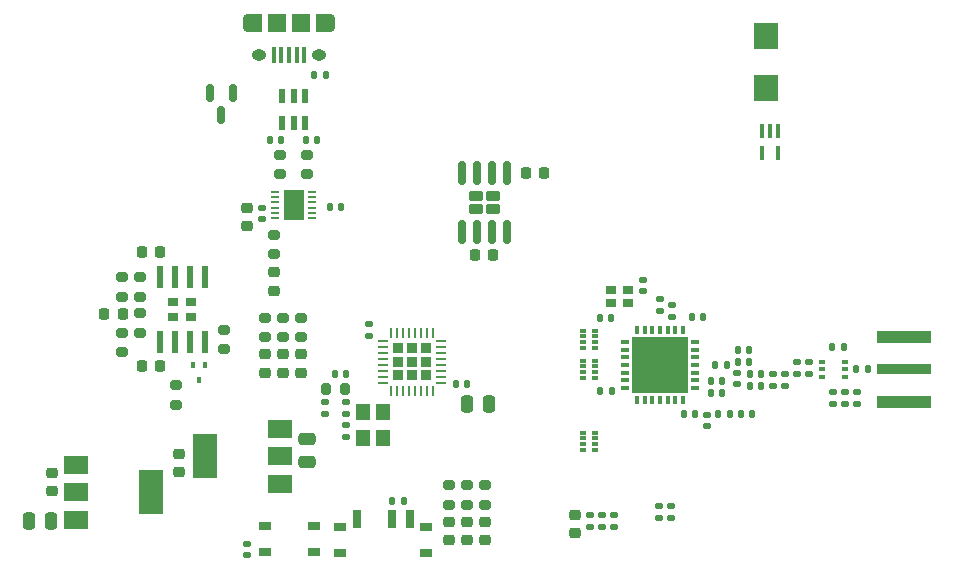
<source format=gbr>
%TF.GenerationSoftware,KiCad,Pcbnew,7.0.6*%
%TF.CreationDate,2023-10-05T23:13:59-06:00*%
%TF.ProjectId,CAN-USB RF Module,43414e2d-5553-4422-9052-46204d6f6475,1.0*%
%TF.SameCoordinates,Original*%
%TF.FileFunction,Paste,Top*%
%TF.FilePolarity,Positive*%
%FSLAX46Y46*%
G04 Gerber Fmt 4.6, Leading zero omitted, Abs format (unit mm)*
G04 Created by KiCad (PCBNEW 7.0.6) date 2023-10-05 23:13:59*
%MOMM*%
%LPD*%
G01*
G04 APERTURE LIST*
G04 Aperture macros list*
%AMRoundRect*
0 Rectangle with rounded corners*
0 $1 Rounding radius*
0 $2 $3 $4 $5 $6 $7 $8 $9 X,Y pos of 4 corners*
0 Add a 4 corners polygon primitive as box body*
4,1,4,$2,$3,$4,$5,$6,$7,$8,$9,$2,$3,0*
0 Add four circle primitives for the rounded corners*
1,1,$1+$1,$2,$3*
1,1,$1+$1,$4,$5*
1,1,$1+$1,$6,$7*
1,1,$1+$1,$8,$9*
0 Add four rect primitives between the rounded corners*
20,1,$1+$1,$2,$3,$4,$5,0*
20,1,$1+$1,$4,$5,$6,$7,0*
20,1,$1+$1,$6,$7,$8,$9,0*
20,1,$1+$1,$8,$9,$2,$3,0*%
G04 Aperture macros list end*
%ADD10RoundRect,0.200000X0.200000X0.275000X-0.200000X0.275000X-0.200000X-0.275000X0.200000X-0.275000X0*%
%ADD11RoundRect,0.225000X0.225000X0.250000X-0.225000X0.250000X-0.225000X-0.250000X0.225000X-0.250000X0*%
%ADD12RoundRect,0.225000X-0.225000X-0.250000X0.225000X-0.250000X0.225000X0.250000X-0.225000X0.250000X0*%
%ADD13RoundRect,0.230000X0.375000X-0.230000X0.375000X0.230000X-0.375000X0.230000X-0.375000X-0.230000X0*%
%ADD14RoundRect,0.150000X0.150000X-0.825000X0.150000X0.825000X-0.150000X0.825000X-0.150000X-0.825000X0*%
%ADD15RoundRect,0.200000X-0.275000X0.200000X-0.275000X-0.200000X0.275000X-0.200000X0.275000X0.200000X0*%
%ADD16RoundRect,0.140000X-0.140000X-0.170000X0.140000X-0.170000X0.140000X0.170000X-0.140000X0.170000X0*%
%ADD17RoundRect,0.218750X0.256250X-0.218750X0.256250X0.218750X-0.256250X0.218750X-0.256250X-0.218750X0*%
%ADD18RoundRect,0.135000X-0.185000X0.135000X-0.185000X-0.135000X0.185000X-0.135000X0.185000X0.135000X0*%
%ADD19RoundRect,0.147500X0.172500X-0.147500X0.172500X0.147500X-0.172500X0.147500X-0.172500X-0.147500X0*%
%ADD20RoundRect,0.140000X0.170000X-0.140000X0.170000X0.140000X-0.170000X0.140000X-0.170000X-0.140000X0*%
%ADD21RoundRect,0.140000X-0.170000X0.140000X-0.170000X-0.140000X0.170000X-0.140000X0.170000X0.140000X0*%
%ADD22RoundRect,0.200000X0.275000X-0.200000X0.275000X0.200000X-0.275000X0.200000X-0.275000X-0.200000X0*%
%ADD23R,2.000000X1.500000*%
%ADD24R,2.000000X3.800000*%
%ADD25RoundRect,0.140000X0.140000X0.170000X-0.140000X0.170000X-0.140000X-0.170000X0.140000X-0.170000X0*%
%ADD26RoundRect,0.218750X-0.218750X-0.256250X0.218750X-0.256250X0.218750X0.256250X-0.218750X0.256250X0*%
%ADD27R,1.200000X1.400000*%
%ADD28R,0.600000X0.420000*%
%ADD29RoundRect,0.135000X0.185000X-0.135000X0.185000X0.135000X-0.185000X0.135000X-0.185000X-0.135000X0*%
%ADD30RoundRect,0.250000X-0.475000X0.250000X-0.475000X-0.250000X0.475000X-0.250000X0.475000X0.250000X0*%
%ADD31RoundRect,0.225000X-0.250000X0.225000X-0.250000X-0.225000X0.250000X-0.225000X0.250000X0.225000X0*%
%ADD32RoundRect,0.147500X0.147500X0.172500X-0.147500X0.172500X-0.147500X-0.172500X0.147500X-0.172500X0*%
%ADD33R,0.500000X0.320000*%
%ADD34O,0.890000X1.550000*%
%ADD35O,1.250000X0.950000*%
%ADD36R,0.400000X1.350000*%
%ADD37R,1.200000X1.550000*%
%ADD38R,1.500000X1.550000*%
%ADD39R,2.150000X2.200000*%
%ADD40R,1.000000X0.800000*%
%ADD41R,0.700000X1.500000*%
%ADD42RoundRect,0.250000X0.250000X0.475000X-0.250000X0.475000X-0.250000X-0.475000X0.250000X-0.475000X0*%
%ADD43R,0.400000X1.200000*%
%ADD44RoundRect,0.218750X-0.256250X0.218750X-0.256250X-0.218750X0.256250X-0.218750X0.256250X0.218750X0*%
%ADD45R,4.560000X0.850000*%
%ADD46R,4.560000X1.000000*%
%ADD47RoundRect,0.250000X-0.250000X-0.475000X0.250000X-0.475000X0.250000X0.475000X-0.250000X0.475000X0*%
%ADD48R,0.600000X1.200000*%
%ADD49RoundRect,0.147500X-0.147500X-0.172500X0.147500X-0.172500X0.147500X0.172500X-0.147500X0.172500X0*%
%ADD50RoundRect,0.225000X0.250000X-0.225000X0.250000X0.225000X-0.250000X0.225000X-0.250000X-0.225000X0*%
%ADD51RoundRect,0.232500X-0.232500X-0.232500X0.232500X-0.232500X0.232500X0.232500X-0.232500X0.232500X0*%
%ADD52RoundRect,0.062500X-0.375000X-0.062500X0.375000X-0.062500X0.375000X0.062500X-0.375000X0.062500X0*%
%ADD53RoundRect,0.062500X-0.062500X-0.375000X0.062500X-0.375000X0.062500X0.375000X-0.062500X0.375000X0*%
%ADD54R,1.050000X0.650000*%
%ADD55R,0.300000X0.750000*%
%ADD56R,0.750000X0.300000*%
%ADD57R,4.800000X4.800000*%
%ADD58R,0.610000X1.910000*%
%ADD59R,0.930000X0.723000*%
%ADD60RoundRect,0.150000X-0.150000X0.587500X-0.150000X-0.587500X0.150000X-0.587500X0.150000X0.587500X0*%
%ADD61R,0.900000X0.800000*%
%ADD62RoundRect,0.135000X-0.135000X-0.185000X0.135000X-0.185000X0.135000X0.185000X-0.135000X0.185000X0*%
%ADD63R,0.650000X0.250000*%
%ADD64R,1.700000X2.500000*%
%ADD65R,0.400000X0.510000*%
G04 APERTURE END LIST*
D10*
%TO.C,FB1*%
X126967500Y-103604000D03*
X125317500Y-103604000D03*
%TD*%
D11*
%TO.C,C46*%
X143777000Y-85344000D03*
X142227000Y-85344000D03*
%TD*%
D12*
%TO.C,C45*%
X137909000Y-92329000D03*
X139459000Y-92329000D03*
%TD*%
D13*
%TO.C,U10*%
X137990000Y-88428000D03*
X139490000Y-87288000D03*
X137990000Y-87288000D03*
X139490000Y-88428000D03*
D14*
X136835000Y-90333000D03*
X138105000Y-90333000D03*
X139375000Y-90333000D03*
X140645000Y-90333000D03*
X140645000Y-85383000D03*
X139375000Y-85383000D03*
X138105000Y-85383000D03*
X136835000Y-85383000D03*
%TD*%
D15*
%TO.C,R9*%
X112649000Y-103315000D03*
X112649000Y-104965000D03*
%TD*%
D16*
%TO.C,C29*%
X158270000Y-101600000D03*
X159230000Y-101600000D03*
%TD*%
D17*
%TO.C,D7*%
X120142000Y-102260500D03*
X120142000Y-100685500D03*
%TD*%
D18*
%TO.C,R18*%
X168275000Y-103884000D03*
X168275000Y-104904000D03*
%TD*%
D19*
%TO.C,L5*%
X165227000Y-102339000D03*
X165227000Y-101369000D03*
%TD*%
D20*
%TO.C,C24*%
X154606600Y-97523000D03*
X154606600Y-96563000D03*
%TD*%
D21*
%TO.C,C33*%
X157607000Y-105819000D03*
X157607000Y-106779000D03*
%TD*%
D18*
%TO.C,R17*%
X169291000Y-103884000D03*
X169291000Y-104904000D03*
%TD*%
D22*
%TO.C,R15*%
X123712000Y-85453000D03*
X123712000Y-83803000D03*
%TD*%
D21*
%TO.C,C43*%
X148653500Y-114328000D03*
X148653500Y-115288000D03*
%TD*%
D16*
%TO.C,C36*%
X158524000Y-105791000D03*
X159484000Y-105791000D03*
%TD*%
D23*
%TO.C,U5*%
X104164600Y-110095000D03*
X104164600Y-112395000D03*
D24*
X110464600Y-112395000D03*
D23*
X104164600Y-114695000D03*
%TD*%
D20*
%TO.C,C25*%
X153590600Y-97015000D03*
X153590600Y-96055000D03*
%TD*%
D25*
%TO.C,C40*%
X169164000Y-100076000D03*
X168204000Y-100076000D03*
%TD*%
D15*
%TO.C,R7*%
X109601000Y-97219000D03*
X109601000Y-98869000D03*
%TD*%
D26*
%TO.C,D5*%
X106527500Y-97282000D03*
X108102500Y-97282000D03*
%TD*%
D27*
%TO.C,U1*%
X130136000Y-107780000D03*
X130136000Y-105580000D03*
X128436000Y-105580000D03*
X128436000Y-107780000D03*
%TD*%
D28*
%TO.C,U9*%
X167325000Y-101333000D03*
X167325000Y-101983000D03*
X167325000Y-102633000D03*
X169225000Y-102633000D03*
X169225000Y-101983000D03*
X169225000Y-101333000D03*
%TD*%
D15*
%TO.C,R12*%
X120142000Y-97600000D03*
X120142000Y-99250000D03*
%TD*%
%TO.C,R10*%
X116713000Y-98616000D03*
X116713000Y-100266000D03*
%TD*%
D21*
%TO.C,C1*%
X118618000Y-116741000D03*
X118618000Y-117701000D03*
%TD*%
D29*
%TO.C,R20*%
X153543000Y-114554000D03*
X153543000Y-113534000D03*
%TD*%
D16*
%TO.C,C19*%
X120565000Y-82550000D03*
X121525000Y-82550000D03*
%TD*%
D30*
%TO.C,C14*%
X123698000Y-107889000D03*
X123698000Y-109789000D03*
%TD*%
D31*
%TO.C,C13*%
X112903000Y-109156200D03*
X112903000Y-110706200D03*
%TD*%
D16*
%TO.C,C23*%
X156285600Y-97551000D03*
X157245600Y-97551000D03*
%TD*%
D11*
%TO.C,C10*%
X111265000Y-101727000D03*
X109715000Y-101727000D03*
%TD*%
D15*
%TO.C,R11*%
X123190000Y-97600000D03*
X123190000Y-99250000D03*
%TD*%
D32*
%TO.C,L2*%
X161140000Y-101346000D03*
X160170000Y-101346000D03*
%TD*%
D15*
%TO.C,R13*%
X121666000Y-97600000D03*
X121666000Y-99250000D03*
%TD*%
D17*
%TO.C,D6*%
X123190000Y-102260500D03*
X123190000Y-100685500D03*
%TD*%
D31*
%TO.C,C16*%
X118632000Y-88298000D03*
X118632000Y-89848000D03*
%TD*%
D33*
%TO.C,RN2*%
X147074000Y-98691000D03*
X147074000Y-99191000D03*
X147074000Y-99691000D03*
X147074000Y-100191000D03*
X148074000Y-100191000D03*
X148074000Y-99691000D03*
X148074000Y-99191000D03*
X148074000Y-98691000D03*
%TD*%
D17*
%TO.C,D2*%
X137287000Y-116465750D03*
X137287000Y-114890750D03*
%TD*%
D20*
%TO.C,C37*%
X166243000Y-102334000D03*
X166243000Y-101374000D03*
%TD*%
D16*
%TO.C,C15*%
X125631000Y-88265000D03*
X126591000Y-88265000D03*
%TD*%
D17*
%TO.C,D3*%
X138811000Y-116465750D03*
X138811000Y-114890750D03*
%TD*%
D21*
%TO.C,C32*%
X160147000Y-102263000D03*
X160147000Y-103223000D03*
%TD*%
D33*
%TO.C,RN3*%
X147074000Y-101231000D03*
X147074000Y-101731000D03*
X147074000Y-102231000D03*
X147074000Y-102731000D03*
X148074000Y-102731000D03*
X148074000Y-102231000D03*
X148074000Y-101731000D03*
X148074000Y-101231000D03*
%TD*%
D25*
%TO.C,C22*%
X149451000Y-97663000D03*
X148491000Y-97663000D03*
%TD*%
D21*
%TO.C,C17*%
X119902000Y-88311000D03*
X119902000Y-89271000D03*
%TD*%
%TO.C,C5*%
X127000000Y-106708000D03*
X127000000Y-107668000D03*
%TD*%
D34*
%TO.C,J4*%
X125690000Y-72644000D03*
D35*
X124690000Y-75344000D03*
X119690000Y-75344000D03*
D34*
X118690000Y-72644000D03*
D36*
X123490000Y-75344000D03*
X122840000Y-75344000D03*
X122190000Y-75344000D03*
X121540000Y-75344000D03*
X120890000Y-75344000D03*
D37*
X125090000Y-72644000D03*
D38*
X123190000Y-72644000D03*
X121190000Y-72644000D03*
D37*
X119290000Y-72644000D03*
%TD*%
D39*
%TO.C,D4*%
X162560000Y-73746000D03*
X162560000Y-78146000D03*
%TD*%
D25*
%TO.C,C26*%
X149498600Y-103774000D03*
X148538600Y-103774000D03*
%TD*%
D19*
%TO.C,L4*%
X163195000Y-103355000D03*
X163195000Y-102385000D03*
%TD*%
D16*
%TO.C,C28*%
X157889000Y-104013000D03*
X158849000Y-104013000D03*
%TD*%
D22*
%TO.C,R16*%
X121426000Y-85453000D03*
X121426000Y-83803000D03*
%TD*%
D40*
%TO.C,SW2*%
X126525000Y-115298000D03*
X126525000Y-117508000D03*
X133825000Y-115298000D03*
X133825000Y-117508000D03*
D41*
X127925000Y-114648000D03*
X130925000Y-114648000D03*
X132425000Y-114648000D03*
%TD*%
D42*
%TO.C,C12*%
X102042000Y-114808000D03*
X100142000Y-114808000D03*
%TD*%
D33*
%TO.C,RN1*%
X147074000Y-107327000D03*
X147074000Y-107827000D03*
X147074000Y-108327000D03*
X147074000Y-108827000D03*
X148074000Y-108827000D03*
X148074000Y-108327000D03*
X148074000Y-107827000D03*
X148074000Y-107327000D03*
%TD*%
D22*
%TO.C,R2*%
X135763000Y-113455250D03*
X135763000Y-111805250D03*
%TD*%
D43*
%TO.C,IC1*%
X163576000Y-81788000D03*
X162926000Y-81788000D03*
X162276000Y-81788000D03*
X162276000Y-83688000D03*
X163576000Y-83688000D03*
%TD*%
D16*
%TO.C,C38*%
X160429000Y-105791000D03*
X161389000Y-105791000D03*
%TD*%
D44*
%TO.C,D9*%
X120918000Y-93746500D03*
X120918000Y-95321500D03*
%TD*%
D21*
%TO.C,C35*%
X149669500Y-114328000D03*
X149669500Y-115288000D03*
%TD*%
D31*
%TO.C,C39*%
X146431000Y-114287000D03*
X146431000Y-115837000D03*
%TD*%
D15*
%TO.C,R8*%
X108077000Y-98870000D03*
X108077000Y-100520000D03*
%TD*%
D45*
%TO.C,J5*%
X174244000Y-101981000D03*
D46*
X174244000Y-104751000D03*
X174244000Y-99211000D03*
%TD*%
D22*
%TO.C,R4*%
X138811000Y-113455250D03*
X138811000Y-111805250D03*
%TD*%
D23*
%TO.C,U6*%
X121387000Y-111647000D03*
X121387000Y-109347000D03*
D24*
X115087000Y-109347000D03*
D23*
X121387000Y-107047000D03*
%TD*%
D16*
%TO.C,C30*%
X161191000Y-102362000D03*
X162151000Y-102362000D03*
%TD*%
D17*
%TO.C,D1*%
X135763000Y-116465750D03*
X135763000Y-114890750D03*
%TD*%
D15*
%TO.C,R5*%
X108077000Y-94171000D03*
X108077000Y-95821000D03*
%TD*%
D47*
%TO.C,C2*%
X137226000Y-104902000D03*
X139126000Y-104902000D03*
%TD*%
D48*
%TO.C,D10*%
X121619000Y-81160000D03*
X122569000Y-81160000D03*
X123519000Y-81160000D03*
X123519000Y-78860000D03*
X122569000Y-78860000D03*
X121619000Y-78860000D03*
%TD*%
D22*
%TO.C,R3*%
X137287000Y-113455250D03*
X137287000Y-111805250D03*
%TD*%
D20*
%TO.C,C3*%
X128936500Y-99131000D03*
X128936500Y-98171000D03*
%TD*%
D21*
%TO.C,C8*%
X125253500Y-104775000D03*
X125253500Y-105735000D03*
%TD*%
D49*
%TO.C,L3*%
X155598000Y-105791000D03*
X156568000Y-105791000D03*
%TD*%
%TO.C,L1*%
X160193000Y-100330000D03*
X161163000Y-100330000D03*
%TD*%
D20*
%TO.C,C21*%
X152146000Y-95349000D03*
X152146000Y-94389000D03*
%TD*%
D25*
%TO.C,C20*%
X125293000Y-77089000D03*
X124333000Y-77089000D03*
%TD*%
D50*
%TO.C,C11*%
X102108000Y-112281000D03*
X102108000Y-110731000D03*
%TD*%
D51*
%TO.C,U2*%
X131445000Y-100196000D03*
X131445000Y-101346000D03*
X131445000Y-102496000D03*
X132595000Y-100196000D03*
X132595000Y-101346000D03*
X132595000Y-102496000D03*
X133745000Y-100196000D03*
X133745000Y-101346000D03*
X133745000Y-102496000D03*
D52*
X130157500Y-99596000D03*
X130157500Y-100096000D03*
X130157500Y-100596000D03*
X130157500Y-101096000D03*
X130157500Y-101596000D03*
X130157500Y-102096000D03*
X130157500Y-102596000D03*
X130157500Y-103096000D03*
D53*
X130845000Y-103783500D03*
X131345000Y-103783500D03*
X131845000Y-103783500D03*
X132345000Y-103783500D03*
X132845000Y-103783500D03*
X133345000Y-103783500D03*
X133845000Y-103783500D03*
X134345000Y-103783500D03*
D52*
X135032500Y-103096000D03*
X135032500Y-102596000D03*
X135032500Y-102096000D03*
X135032500Y-101596000D03*
X135032500Y-101096000D03*
X135032500Y-100596000D03*
X135032500Y-100096000D03*
X135032500Y-99596000D03*
D53*
X134345000Y-98908500D03*
X133845000Y-98908500D03*
X133345000Y-98908500D03*
X132845000Y-98908500D03*
X132345000Y-98908500D03*
X131845000Y-98908500D03*
X131345000Y-98908500D03*
X130845000Y-98908500D03*
%TD*%
D54*
%TO.C,SW1*%
X120127202Y-115257000D03*
X124277202Y-115257000D03*
X120127202Y-117407000D03*
X124277202Y-117407000D03*
%TD*%
D18*
%TO.C,R19*%
X154559000Y-113534000D03*
X154559000Y-114554000D03*
%TD*%
D55*
%TO.C,U8*%
X155540600Y-98640000D03*
X154890600Y-98640000D03*
X154240600Y-98640000D03*
X153590600Y-98640000D03*
X152940600Y-98640000D03*
X152290600Y-98640000D03*
X151640600Y-98640000D03*
D56*
X150615600Y-99665000D03*
X150615600Y-100315000D03*
X150615600Y-100965000D03*
X150615600Y-101615000D03*
X150615600Y-102265000D03*
X150615600Y-102915000D03*
X150615600Y-103565000D03*
D55*
X151640600Y-104590000D03*
X152290600Y-104590000D03*
X152940600Y-104590000D03*
X153590600Y-104590000D03*
X154240600Y-104590000D03*
X154890600Y-104590000D03*
X155540600Y-104590000D03*
D56*
X156565600Y-103565000D03*
X156565600Y-102915000D03*
X156565600Y-102265000D03*
X156565600Y-101615000D03*
X156565600Y-100965000D03*
X156565600Y-100315000D03*
X156565600Y-99665000D03*
D57*
X153590600Y-101615000D03*
%TD*%
D20*
%TO.C,C34*%
X164211000Y-103350000D03*
X164211000Y-102390000D03*
%TD*%
D21*
%TO.C,C7*%
X127031500Y-104775000D03*
X127031500Y-105735000D03*
%TD*%
D58*
%TO.C,U3*%
X115062000Y-94135000D03*
X113792000Y-94135000D03*
X112522000Y-94135000D03*
X111252000Y-94135000D03*
X111252000Y-99695000D03*
X112522000Y-99695000D03*
X113792000Y-99695000D03*
X115062000Y-99695000D03*
D59*
X113932000Y-96312500D03*
X112382000Y-96312500D03*
X113932000Y-97517500D03*
X112382000Y-97517500D03*
%TD*%
D16*
%TO.C,C31*%
X161191000Y-103378000D03*
X162151000Y-103378000D03*
%TD*%
D60*
%TO.C,U4*%
X117409000Y-78564500D03*
X115509000Y-78564500D03*
X116459000Y-80439500D03*
%TD*%
D21*
%TO.C,C41*%
X147701000Y-114328000D03*
X147701000Y-115288000D03*
%TD*%
D25*
%TO.C,C6*%
X127003500Y-102334000D03*
X126043500Y-102334000D03*
%TD*%
D61*
%TO.C,Y1*%
X149476000Y-96350000D03*
X150876000Y-96350000D03*
X150876000Y-95250000D03*
X149476000Y-95250000D03*
%TD*%
D11*
%TO.C,C9*%
X111278000Y-92075000D03*
X109728000Y-92075000D03*
%TD*%
D25*
%TO.C,C18*%
X124547000Y-82550000D03*
X123587000Y-82550000D03*
%TD*%
D16*
%TO.C,C44*%
X170208000Y-101981000D03*
X171168000Y-101981000D03*
%TD*%
D62*
%TO.C,R1*%
X130933000Y-113157000D03*
X131953000Y-113157000D03*
%TD*%
D63*
%TO.C,U7*%
X121019000Y-86932000D03*
X121019000Y-87382000D03*
X121019000Y-87832000D03*
X121019000Y-88282000D03*
X121019000Y-88732000D03*
X121019000Y-89182000D03*
X124119000Y-89182000D03*
X124119000Y-88732000D03*
X124119000Y-88282000D03*
X124119000Y-87832000D03*
X124119000Y-87382000D03*
X124119000Y-86932000D03*
D64*
X122569000Y-88057000D03*
%TD*%
D21*
%TO.C,C42*%
X170307000Y-103914000D03*
X170307000Y-104874000D03*
%TD*%
D15*
%TO.C,R14*%
X120918000Y-90598000D03*
X120918000Y-92248000D03*
%TD*%
D65*
%TO.C,Q1*%
X115054000Y-101590000D03*
X114054000Y-101590000D03*
X114554000Y-102880000D03*
%TD*%
D16*
%TO.C,C4*%
X136299000Y-103251000D03*
X137259000Y-103251000D03*
%TD*%
D17*
%TO.C,D8*%
X121666000Y-102260500D03*
X121666000Y-100685500D03*
%TD*%
D16*
%TO.C,C27*%
X157889000Y-102997000D03*
X158849000Y-102997000D03*
%TD*%
D22*
%TO.C,R6*%
X109601000Y-95821000D03*
X109601000Y-94171000D03*
%TD*%
M02*

</source>
